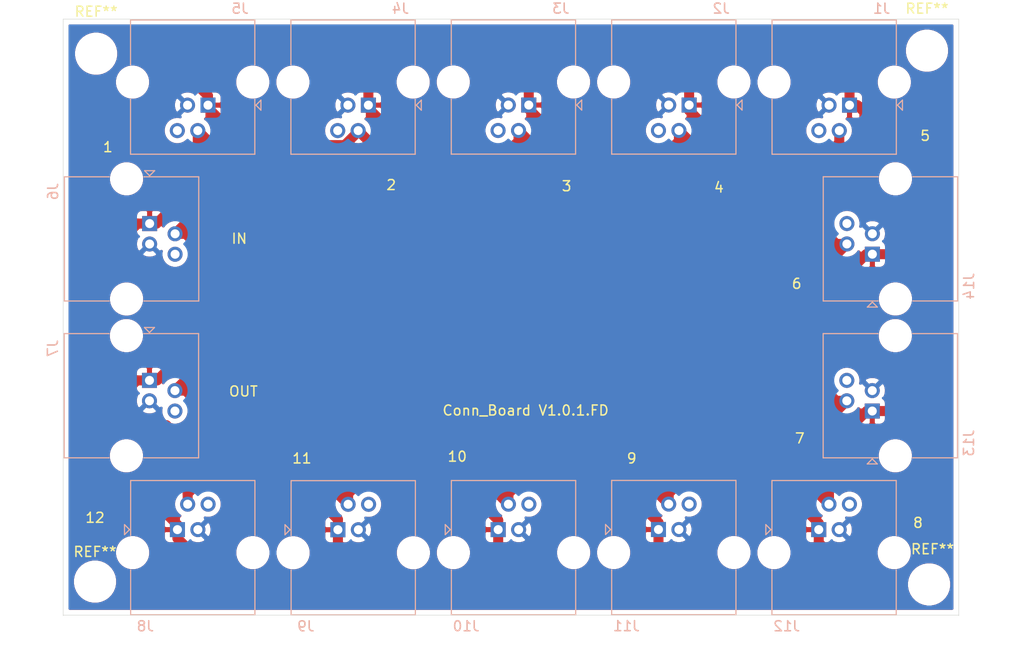
<source format=kicad_pcb>
(kicad_pcb (version 20171130) (host pcbnew 5.1.10-88a1d61d58~90~ubuntu20.04.1)
  (layers (0 F.Cu signal) (31 B.Cu signal) (34 B.Paste user) (35 F.Paste user) (36 B.SilkS user) (37 F.SilkS user) (38 B.Mask user) (39 F.Mask user) (44 Edge.Cuts user))
  (net 0 "")
  (net 1 H)
  (net 2 L)
  (net 3 GND)
  (net 4 "Net-(J1-Pad4)")
  (net 5 "Net-(J2-Pad4)")
  (net 6 "Net-(J3-Pad4)")
  (net 7 "Net-(J4-Pad4)")
  (net 8 "Net-(J5-Pad4)")
  (net 9 "Net-(J6-Pad4)")
  (net 10 "Net-(J7-Pad4)")
  (net 11 "Net-(J8-Pad4)")
  (net 12 "Net-(J9-Pad4)")
  (net 13 "Net-(J10-Pad4)")
  (net 14 "Net-(J11-Pad4)")
  (net 15 "Net-(J12-Pad4)")
  (net 16 "Net-(J13-Pad4)")
  (net 17 "Net-(J14-Pad4)")
  (module Connector_RJ:RJ14_Connfly_DS1133-S4_Horizontal (layer B.Cu) (at 203.83 68.18 90)
    (fp_text reference J14 (at -3.2 9.64 90) (layer B.SilkS) (effects (justify mirror)))
    (fp_text value RJ14)
    (fp_line (start -5.28 -0.5) (end -5.28 0.5) (layer B.SilkS) (width 0.12))
    (fp_line (start -4.78 0) (end -5.28 -0.5) (layer B.SilkS) (width 0.12))
    (fp_line (start -5.28 0.5) (end -4.78 0) (layer B.SilkS) (width 0.12))
    (fp_line (start 7.73 0.57) (end 7.73 -4.9) (layer B.SilkS) (width 0.12))
    (fp_line (start 7.73 8.5) (end 7.73 4.03) (layer B.SilkS) (width 0.12))
    (fp_line (start -4.67 8.5) (end 7.73 8.5) (layer B.SilkS) (width 0.12))
    (fp_line (start -4.67 8.5) (end -4.67 4.03) (layer B.SilkS) (width 0.12))
    (fp_line (start -4.67 -4.9) (end -4.67 0.57) (layer B.SilkS) (width 0.12))
    (fp_line (start 7.73 -4.9) (end -4.67 -4.9) (layer B.SilkS) (width 0.12))
    (pad "" np_thru_hole circle (at -4.47 2.3 270) (size 2.3 2.3) (drill 2.3) (layers *.Cu *.Mask))
    (pad 1 thru_hole rect (at 0 0 270) (size 1.5 1.5) (drill 0.9) (layers *.Cu *.Mask) (net 1 H))
    (pad 2 thru_hole circle (at 1.02 -2.54 270) (size 1.5 1.5) (drill 0.9) (layers *.Cu *.Mask) (net 2 L))
    (pad 3 thru_hole circle (at 2.04 0 270) (size 1.5 1.5) (drill 0.9) (layers *.Cu *.Mask) (net 3 GND))
    (pad "" np_thru_hole circle (at 7.53 2.3 270) (size 2.3 2.3) (drill 2.3) (layers *.Cu *.Mask))
    (pad 4 thru_hole circle (at 3.06 -2.54 270) (size 1.5 1.5) (drill 0.9) (layers *.Cu *.Mask) (net 17 "Net-(J14-Pad4)"))
  )
  (module Connector_RJ:RJ14_Connfly_DS1133-S4_Horizontal (layer B.Cu) (at 203.82 83.84 90)
    (fp_text reference J13 (at -3.2 9.64 90) (layer B.SilkS) (effects (justify mirror)))
    (fp_text value RJ14)
    (fp_line (start 7.73 -4.9) (end -4.67 -4.9) (layer B.SilkS) (width 0.12))
    (fp_line (start -4.67 -4.9) (end -4.67 0.57) (layer B.SilkS) (width 0.12))
    (fp_line (start -4.67 8.5) (end -4.67 4.03) (layer B.SilkS) (width 0.12))
    (fp_line (start -4.67 8.5) (end 7.73 8.5) (layer B.SilkS) (width 0.12))
    (fp_line (start 7.73 8.5) (end 7.73 4.03) (layer B.SilkS) (width 0.12))
    (fp_line (start 7.73 0.57) (end 7.73 -4.9) (layer B.SilkS) (width 0.12))
    (fp_line (start -5.28 0.5) (end -4.78 0) (layer B.SilkS) (width 0.12))
    (fp_line (start -4.78 0) (end -5.28 -0.5) (layer B.SilkS) (width 0.12))
    (fp_line (start -5.28 -0.5) (end -5.28 0.5) (layer B.SilkS) (width 0.12))
    (pad 4 thru_hole circle (at 3.06 -2.54 270) (size 1.5 1.5) (drill 0.9) (layers *.Cu *.Mask) (net 16 "Net-(J13-Pad4)"))
    (pad "" np_thru_hole circle (at 7.53 2.3 270) (size 2.3 2.3) (drill 2.3) (layers *.Cu *.Mask))
    (pad 3 thru_hole circle (at 2.04 0 270) (size 1.5 1.5) (drill 0.9) (layers *.Cu *.Mask) (net 3 GND))
    (pad 2 thru_hole circle (at 1.02 -2.54 270) (size 1.5 1.5) (drill 0.9) (layers *.Cu *.Mask) (net 2 L))
    (pad 1 thru_hole rect (at 0 0 270) (size 1.5 1.5) (drill 0.9) (layers *.Cu *.Mask) (net 1 H))
    (pad "" np_thru_hole circle (at -4.47 2.3 270) (size 2.3 2.3) (drill 2.3) (layers *.Cu *.Mask))
  )
  (module Connector_RJ:RJ14_Connfly_DS1133-S4_Horizontal (layer B.Cu) (at 169.55 53.29 180)
    (fp_text reference J3 (at -3.2 9.64 180) (layer B.SilkS) (effects (justify mirror)))
    (fp_text value RJ14)
    (fp_line (start -5.28 -0.5) (end -5.28 0.5) (layer B.SilkS) (width 0.12))
    (fp_line (start -4.78 0) (end -5.28 -0.5) (layer B.SilkS) (width 0.12))
    (fp_line (start -5.28 0.5) (end -4.78 0) (layer B.SilkS) (width 0.12))
    (fp_line (start 7.73 0.57) (end 7.73 -4.9) (layer B.SilkS) (width 0.12))
    (fp_line (start 7.73 8.5) (end 7.73 4.03) (layer B.SilkS) (width 0.12))
    (fp_line (start -4.67 8.5) (end 7.73 8.5) (layer B.SilkS) (width 0.12))
    (fp_line (start -4.67 8.5) (end -4.67 4.03) (layer B.SilkS) (width 0.12))
    (fp_line (start -4.67 -4.9) (end -4.67 0.57) (layer B.SilkS) (width 0.12))
    (fp_line (start 7.73 -4.9) (end -4.67 -4.9) (layer B.SilkS) (width 0.12))
    (pad "" np_thru_hole circle (at -4.47 2.3) (size 2.3 2.3) (drill 2.3) (layers *.Cu *.Mask))
    (pad 1 thru_hole rect (at 0 0) (size 1.5 1.5) (drill 0.9) (layers *.Cu *.Mask) (net 1 H))
    (pad 2 thru_hole circle (at 1.02 -2.54) (size 1.5 1.5) (drill 0.9) (layers *.Cu *.Mask) (net 2 L))
    (pad 3 thru_hole circle (at 2.04 0) (size 1.5 1.5) (drill 0.9) (layers *.Cu *.Mask) (net 3 GND))
    (pad "" np_thru_hole circle (at 7.53 2.3) (size 2.3 2.3) (drill 2.3) (layers *.Cu *.Mask))
    (pad 4 thru_hole circle (at 3.06 -2.54) (size 1.5 1.5) (drill 0.9) (layers *.Cu *.Mask) (net 6 "Net-(J3-Pad4)"))
  )
  (module Connector_RJ:RJ14_Connfly_DS1133-S4_Horizontal (layer B.Cu) (at 201.55 53.3 180)
    (fp_text reference J1 (at -3.2 9.64 180) (layer B.SilkS) (effects (justify mirror)))
    (fp_text value RJ14)
    (fp_line (start -5.28 -0.5) (end -5.28 0.5) (layer B.SilkS) (width 0.12))
    (fp_line (start -4.78 0) (end -5.28 -0.5) (layer B.SilkS) (width 0.12))
    (fp_line (start -5.28 0.5) (end -4.78 0) (layer B.SilkS) (width 0.12))
    (fp_line (start 7.73 0.57) (end 7.73 -4.9) (layer B.SilkS) (width 0.12))
    (fp_line (start 7.73 8.5) (end 7.73 4.03) (layer B.SilkS) (width 0.12))
    (fp_line (start -4.67 8.5) (end 7.73 8.5) (layer B.SilkS) (width 0.12))
    (fp_line (start -4.67 8.5) (end -4.67 4.03) (layer B.SilkS) (width 0.12))
    (fp_line (start -4.67 -4.9) (end -4.67 0.57) (layer B.SilkS) (width 0.12))
    (fp_line (start 7.73 -4.9) (end -4.67 -4.9) (layer B.SilkS) (width 0.12))
    (pad "" np_thru_hole circle (at -4.47 2.3) (size 2.3 2.3) (drill 2.3) (layers *.Cu *.Mask))
    (pad 1 thru_hole rect (at 0 0) (size 1.5 1.5) (drill 0.9) (layers *.Cu *.Mask) (net 1 H))
    (pad 2 thru_hole circle (at 1.02 -2.54) (size 1.5 1.5) (drill 0.9) (layers *.Cu *.Mask) (net 2 L))
    (pad 3 thru_hole circle (at 2.04 0) (size 1.5 1.5) (drill 0.9) (layers *.Cu *.Mask) (net 3 GND))
    (pad "" np_thru_hole circle (at 7.53 2.3) (size 2.3 2.3) (drill 2.3) (layers *.Cu *.Mask))
    (pad 4 thru_hole circle (at 3.06 -2.54) (size 1.5 1.5) (drill 0.9) (layers *.Cu *.Mask) (net 4 "Net-(J1-Pad4)"))
  )
  (module Connector_RJ:RJ14_Connfly_DS1133-S4_Horizontal (layer B.Cu) (at 137.55 53.3 180)
    (fp_text reference J5 (at -3.2 9.64 180) (layer B.SilkS) (effects (justify mirror)))
    (fp_text value RJ14)
    (fp_line (start -5.28 -0.5) (end -5.28 0.5) (layer B.SilkS) (width 0.12))
    (fp_line (start -4.78 0) (end -5.28 -0.5) (layer B.SilkS) (width 0.12))
    (fp_line (start -5.28 0.5) (end -4.78 0) (layer B.SilkS) (width 0.12))
    (fp_line (start 7.73 0.57) (end 7.73 -4.9) (layer B.SilkS) (width 0.12))
    (fp_line (start 7.73 8.5) (end 7.73 4.03) (layer B.SilkS) (width 0.12))
    (fp_line (start -4.67 8.5) (end 7.73 8.5) (layer B.SilkS) (width 0.12))
    (fp_line (start -4.67 8.5) (end -4.67 4.03) (layer B.SilkS) (width 0.12))
    (fp_line (start -4.67 -4.9) (end -4.67 0.57) (layer B.SilkS) (width 0.12))
    (fp_line (start 7.73 -4.9) (end -4.67 -4.9) (layer B.SilkS) (width 0.12))
    (pad "" np_thru_hole circle (at -4.47 2.3) (size 2.3 2.3) (drill 2.3) (layers *.Cu *.Mask))
    (pad 1 thru_hole rect (at 0 0) (size 1.5 1.5) (drill 0.9) (layers *.Cu *.Mask) (net 1 H))
    (pad 2 thru_hole circle (at 1.02 -2.54) (size 1.5 1.5) (drill 0.9) (layers *.Cu *.Mask) (net 2 L))
    (pad 3 thru_hole circle (at 2.04 0) (size 1.5 1.5) (drill 0.9) (layers *.Cu *.Mask) (net 3 GND))
    (pad "" np_thru_hole circle (at 7.53 2.3) (size 2.3 2.3) (drill 2.3) (layers *.Cu *.Mask))
    (pad 4 thru_hole circle (at 3.06 -2.54) (size 1.5 1.5) (drill 0.9) (layers *.Cu *.Mask) (net 8 "Net-(J5-Pad4)"))
  )
  (module Connector_RJ:RJ14_Connfly_DS1133-S4_Horizontal (layer B.Cu) (at 153.55 53.3 180)
    (fp_text reference J4 (at -3.2 9.64 180) (layer B.SilkS) (effects (justify mirror)))
    (fp_text value RJ14)
    (fp_line (start 7.73 -4.9) (end -4.67 -4.9) (layer B.SilkS) (width 0.12))
    (fp_line (start -4.67 -4.9) (end -4.67 0.57) (layer B.SilkS) (width 0.12))
    (fp_line (start -4.67 8.5) (end -4.67 4.03) (layer B.SilkS) (width 0.12))
    (fp_line (start -4.67 8.5) (end 7.73 8.5) (layer B.SilkS) (width 0.12))
    (fp_line (start 7.73 8.5) (end 7.73 4.03) (layer B.SilkS) (width 0.12))
    (fp_line (start 7.73 0.57) (end 7.73 -4.9) (layer B.SilkS) (width 0.12))
    (fp_line (start -5.28 0.5) (end -4.78 0) (layer B.SilkS) (width 0.12))
    (fp_line (start -4.78 0) (end -5.28 -0.5) (layer B.SilkS) (width 0.12))
    (fp_line (start -5.28 -0.5) (end -5.28 0.5) (layer B.SilkS) (width 0.12))
    (pad 4 thru_hole circle (at 3.06 -2.54) (size 1.5 1.5) (drill 0.9) (layers *.Cu *.Mask) (net 7 "Net-(J4-Pad4)"))
    (pad "" np_thru_hole circle (at 7.53 2.3) (size 2.3 2.3) (drill 2.3) (layers *.Cu *.Mask))
    (pad 3 thru_hole circle (at 2.04 0) (size 1.5 1.5) (drill 0.9) (layers *.Cu *.Mask) (net 3 GND))
    (pad 2 thru_hole circle (at 1.02 -2.54) (size 1.5 1.5) (drill 0.9) (layers *.Cu *.Mask) (net 2 L))
    (pad 1 thru_hole rect (at 0 0) (size 1.5 1.5) (drill 0.9) (layers *.Cu *.Mask) (net 1 H))
    (pad "" np_thru_hole circle (at -4.47 2.3) (size 2.3 2.3) (drill 2.3) (layers *.Cu *.Mask))
  )
  (module MountingHole:MountingHole_3.2mm_M3 (layer F.Cu) (at 209.49 101.15)
    (fp_text reference REF** (at 0.34 -3.52) (layer F.SilkS))
    (fp_text value MountingHole_3.2mm_M3)
    (pad 1 np_thru_hole circle (at 0 0) (size 3.2 3.2) (drill 3.2) (layers *.Cu *.Mask))
  )
  (module MountingHole:MountingHole_3.2mm_M3 (layer F.Cu) (at 126.28 100.87)
    (fp_text reference REF** (at 0 -2.97) (layer F.SilkS))
    (fp_text value MountingHole_3.2mm_M3)
    (pad 1 np_thru_hole circle (at 0 0) (size 3.2 3.2) (drill 3.2) (layers *.Cu *.Mask))
  )
  (module MountingHole:MountingHole_3.2mm_M3 (layer F.Cu) (at 126.39 48.16)
    (fp_text reference REF** (at 0 -4.2) (layer F.SilkS))
    (fp_text value MountingHole_3.2mm_M3)
    (pad 1 np_thru_hole circle (at 0 0) (size 3.2 3.2) (drill 3.2) (layers *.Cu *.Mask))
  )
  (module MountingHole:MountingHole_3.2mm_M3 (layer F.Cu) (at 209.28 47.86)
    (fp_text reference REF** (at 0 -4.2) (layer F.SilkS))
    (fp_text value MountingHole_3.2mm_M3)
    (pad 1 np_thru_hole circle (at 0 0) (size 3.2 3.2) (drill 3.2) (layers *.Cu *.Mask))
  )
  (module Connector_RJ:RJ14_Connfly_DS1133-S4_Horizontal (layer B.Cu) (at 134.5 95.68)
    (fp_text reference J8 (at -3.2 9.64 180) (layer B.SilkS) (effects (justify mirror)))
    (fp_text value RJ14)
    (fp_line (start -5.28 -0.5) (end -5.28 0.5) (layer B.SilkS) (width 0.12))
    (fp_line (start -4.78 0) (end -5.28 -0.5) (layer B.SilkS) (width 0.12))
    (fp_line (start -5.28 0.5) (end -4.78 0) (layer B.SilkS) (width 0.12))
    (fp_line (start 7.73 0.57) (end 7.73 -4.9) (layer B.SilkS) (width 0.12))
    (fp_line (start 7.73 8.5) (end 7.73 4.03) (layer B.SilkS) (width 0.12))
    (fp_line (start -4.67 8.5) (end 7.73 8.5) (layer B.SilkS) (width 0.12))
    (fp_line (start -4.67 8.5) (end -4.67 4.03) (layer B.SilkS) (width 0.12))
    (fp_line (start -4.67 -4.9) (end -4.67 0.57) (layer B.SilkS) (width 0.12))
    (fp_line (start 7.73 -4.9) (end -4.67 -4.9) (layer B.SilkS) (width 0.12))
    (pad "" np_thru_hole circle (at -4.47 2.3 180) (size 2.3 2.3) (drill 2.3) (layers *.Cu *.Mask))
    (pad 1 thru_hole rect (at 0 0 180) (size 1.5 1.5) (drill 0.9) (layers *.Cu *.Mask) (net 1 H))
    (pad 2 thru_hole circle (at 1.02 -2.54 180) (size 1.5 1.5) (drill 0.9) (layers *.Cu *.Mask) (net 2 L))
    (pad 3 thru_hole circle (at 2.04 0 180) (size 1.5 1.5) (drill 0.9) (layers *.Cu *.Mask) (net 3 GND))
    (pad "" np_thru_hole circle (at 7.53 2.3 180) (size 2.3 2.3) (drill 2.3) (layers *.Cu *.Mask))
    (pad 4 thru_hole circle (at 3.06 -2.54 180) (size 1.5 1.5) (drill 0.9) (layers *.Cu *.Mask) (net 11 "Net-(J8-Pad4)"))
  )
  (module Connector_RJ:RJ14_Connfly_DS1133-S4_Horizontal (layer B.Cu) (at 185.55 53.29 180)
    (fp_text reference J2 (at -3.2 9.64 180) (layer B.SilkS) (effects (justify mirror)))
    (fp_text value RJ14)
    (fp_line (start 7.73 -4.9) (end -4.67 -4.9) (layer B.SilkS) (width 0.12))
    (fp_line (start -4.67 -4.9) (end -4.67 0.57) (layer B.SilkS) (width 0.12))
    (fp_line (start -4.67 8.5) (end -4.67 4.03) (layer B.SilkS) (width 0.12))
    (fp_line (start -4.67 8.5) (end 7.73 8.5) (layer B.SilkS) (width 0.12))
    (fp_line (start 7.73 8.5) (end 7.73 4.03) (layer B.SilkS) (width 0.12))
    (fp_line (start 7.73 0.57) (end 7.73 -4.9) (layer B.SilkS) (width 0.12))
    (fp_line (start -5.28 0.5) (end -4.78 0) (layer B.SilkS) (width 0.12))
    (fp_line (start -4.78 0) (end -5.28 -0.5) (layer B.SilkS) (width 0.12))
    (fp_line (start -5.28 -0.5) (end -5.28 0.5) (layer B.SilkS) (width 0.12))
    (pad 4 thru_hole circle (at 3.06 -2.54) (size 1.5 1.5) (drill 0.9) (layers *.Cu *.Mask) (net 5 "Net-(J2-Pad4)"))
    (pad "" np_thru_hole circle (at 7.53 2.3) (size 2.3 2.3) (drill 2.3) (layers *.Cu *.Mask))
    (pad 3 thru_hole circle (at 2.04 0) (size 1.5 1.5) (drill 0.9) (layers *.Cu *.Mask) (net 3 GND))
    (pad 2 thru_hole circle (at 1.02 -2.54) (size 1.5 1.5) (drill 0.9) (layers *.Cu *.Mask) (net 2 L))
    (pad 1 thru_hole rect (at 0 0) (size 1.5 1.5) (drill 0.9) (layers *.Cu *.Mask) (net 1 H))
    (pad "" np_thru_hole circle (at -4.47 2.3) (size 2.3 2.3) (drill 2.3) (layers *.Cu *.Mask))
  )
  (module Connector_RJ:RJ14_Connfly_DS1133-S4_Horizontal (layer B.Cu) (at 131.725 65.125 270)
    (fp_text reference J6 (at -3.2 9.64 90) (layer B.SilkS) (effects (justify mirror)))
    (fp_text value RJ14)
    (fp_line (start 7.73 -4.9) (end -4.67 -4.9) (layer B.SilkS) (width 0.12))
    (fp_line (start -4.67 -4.9) (end -4.67 0.57) (layer B.SilkS) (width 0.12))
    (fp_line (start -4.67 8.5) (end -4.67 4.03) (layer B.SilkS) (width 0.12))
    (fp_line (start -4.67 8.5) (end 7.73 8.5) (layer B.SilkS) (width 0.12))
    (fp_line (start 7.73 8.5) (end 7.73 4.03) (layer B.SilkS) (width 0.12))
    (fp_line (start 7.73 0.57) (end 7.73 -4.9) (layer B.SilkS) (width 0.12))
    (fp_line (start -5.28 0.5) (end -4.78 0) (layer B.SilkS) (width 0.12))
    (fp_line (start -4.78 0) (end -5.28 -0.5) (layer B.SilkS) (width 0.12))
    (fp_line (start -5.28 -0.5) (end -5.28 0.5) (layer B.SilkS) (width 0.12))
    (pad 4 thru_hole circle (at 3.06 -2.54 90) (size 1.5 1.5) (drill 0.9) (layers *.Cu *.Mask) (net 9 "Net-(J6-Pad4)"))
    (pad "" np_thru_hole circle (at 7.53 2.3 90) (size 2.3 2.3) (drill 2.3) (layers *.Cu *.Mask))
    (pad 3 thru_hole circle (at 2.04 0 90) (size 1.5 1.5) (drill 0.9) (layers *.Cu *.Mask) (net 3 GND))
    (pad 2 thru_hole circle (at 1.02 -2.54 90) (size 1.5 1.5) (drill 0.9) (layers *.Cu *.Mask) (net 2 L))
    (pad 1 thru_hole rect (at 0 0 90) (size 1.5 1.5) (drill 0.9) (layers *.Cu *.Mask) (net 1 H))
    (pad "" np_thru_hole circle (at -4.47 2.3 90) (size 2.3 2.3) (drill 2.3) (layers *.Cu *.Mask))
  )
  (module Connector_RJ:RJ14_Connfly_DS1133-S4_Horizontal (layer B.Cu) (at 131.71 80.78 270)
    (fp_text reference J7 (at -3.2 9.64 90) (layer B.SilkS) (effects (justify mirror)))
    (fp_text value RJ14)
    (fp_line (start 7.73 -4.9) (end -4.67 -4.9) (layer B.SilkS) (width 0.12))
    (fp_line (start -4.67 -4.9) (end -4.67 0.57) (layer B.SilkS) (width 0.12))
    (fp_line (start -4.67 8.5) (end -4.67 4.03) (layer B.SilkS) (width 0.12))
    (fp_line (start -4.67 8.5) (end 7.73 8.5) (layer B.SilkS) (width 0.12))
    (fp_line (start 7.73 8.5) (end 7.73 4.03) (layer B.SilkS) (width 0.12))
    (fp_line (start 7.73 0.57) (end 7.73 -4.9) (layer B.SilkS) (width 0.12))
    (fp_line (start -5.28 0.5) (end -4.78 0) (layer B.SilkS) (width 0.12))
    (fp_line (start -4.78 0) (end -5.28 -0.5) (layer B.SilkS) (width 0.12))
    (fp_line (start -5.28 -0.5) (end -5.28 0.5) (layer B.SilkS) (width 0.12))
    (pad 4 thru_hole circle (at 3.06 -2.54 90) (size 1.5 1.5) (drill 0.9) (layers *.Cu *.Mask) (net 10 "Net-(J7-Pad4)"))
    (pad "" np_thru_hole circle (at 7.53 2.3 90) (size 2.3 2.3) (drill 2.3) (layers *.Cu *.Mask))
    (pad 3 thru_hole circle (at 2.04 0 90) (size 1.5 1.5) (drill 0.9) (layers *.Cu *.Mask) (net 3 GND))
    (pad 2 thru_hole circle (at 1.02 -2.54 90) (size 1.5 1.5) (drill 0.9) (layers *.Cu *.Mask) (net 2 L))
    (pad 1 thru_hole rect (at 0 0 90) (size 1.5 1.5) (drill 0.9) (layers *.Cu *.Mask) (net 1 H))
    (pad "" np_thru_hole circle (at -4.47 2.3 90) (size 2.3 2.3) (drill 2.3) (layers *.Cu *.Mask))
  )
  (module Connector_RJ:RJ14_Connfly_DS1133-S4_Horizontal (layer B.Cu) (at 150.51 95.69)
    (fp_text reference J9 (at -3.2 9.64 180) (layer B.SilkS) (effects (justify mirror)))
    (fp_text value RJ14)
    (fp_line (start 7.73 -4.9) (end -4.67 -4.9) (layer B.SilkS) (width 0.12))
    (fp_line (start -4.67 -4.9) (end -4.67 0.57) (layer B.SilkS) (width 0.12))
    (fp_line (start -4.67 8.5) (end -4.67 4.03) (layer B.SilkS) (width 0.12))
    (fp_line (start -4.67 8.5) (end 7.73 8.5) (layer B.SilkS) (width 0.12))
    (fp_line (start 7.73 8.5) (end 7.73 4.03) (layer B.SilkS) (width 0.12))
    (fp_line (start 7.73 0.57) (end 7.73 -4.9) (layer B.SilkS) (width 0.12))
    (fp_line (start -5.28 0.5) (end -4.78 0) (layer B.SilkS) (width 0.12))
    (fp_line (start -4.78 0) (end -5.28 -0.5) (layer B.SilkS) (width 0.12))
    (fp_line (start -5.28 -0.5) (end -5.28 0.5) (layer B.SilkS) (width 0.12))
    (pad 4 thru_hole circle (at 3.06 -2.54 180) (size 1.5 1.5) (drill 0.9) (layers *.Cu *.Mask) (net 12 "Net-(J9-Pad4)"))
    (pad "" np_thru_hole circle (at 7.53 2.3 180) (size 2.3 2.3) (drill 2.3) (layers *.Cu *.Mask))
    (pad 3 thru_hole circle (at 2.04 0 180) (size 1.5 1.5) (drill 0.9) (layers *.Cu *.Mask) (net 3 GND))
    (pad 2 thru_hole circle (at 1.02 -2.54 180) (size 1.5 1.5) (drill 0.9) (layers *.Cu *.Mask) (net 2 L))
    (pad 1 thru_hole rect (at 0 0 180) (size 1.5 1.5) (drill 0.9) (layers *.Cu *.Mask) (net 1 H))
    (pad "" np_thru_hole circle (at -4.47 2.3 180) (size 2.3 2.3) (drill 2.3) (layers *.Cu *.Mask))
  )
  (module Connector_RJ:RJ14_Connfly_DS1133-S4_Horizontal (layer B.Cu) (at 166.5 95.68)
    (fp_text reference J10 (at -3.2 9.64 180) (layer B.SilkS) (effects (justify mirror)))
    (fp_text value RJ14)
    (fp_line (start -5.28 -0.5) (end -5.28 0.5) (layer B.SilkS) (width 0.12))
    (fp_line (start -4.78 0) (end -5.28 -0.5) (layer B.SilkS) (width 0.12))
    (fp_line (start -5.28 0.5) (end -4.78 0) (layer B.SilkS) (width 0.12))
    (fp_line (start 7.73 0.57) (end 7.73 -4.9) (layer B.SilkS) (width 0.12))
    (fp_line (start 7.73 8.5) (end 7.73 4.03) (layer B.SilkS) (width 0.12))
    (fp_line (start -4.67 8.5) (end 7.73 8.5) (layer B.SilkS) (width 0.12))
    (fp_line (start -4.67 8.5) (end -4.67 4.03) (layer B.SilkS) (width 0.12))
    (fp_line (start -4.67 -4.9) (end -4.67 0.57) (layer B.SilkS) (width 0.12))
    (fp_line (start 7.73 -4.9) (end -4.67 -4.9) (layer B.SilkS) (width 0.12))
    (pad "" np_thru_hole circle (at -4.47 2.3 180) (size 2.3 2.3) (drill 2.3) (layers *.Cu *.Mask))
    (pad 1 thru_hole rect (at 0 0 180) (size 1.5 1.5) (drill 0.9) (layers *.Cu *.Mask) (net 1 H))
    (pad 2 thru_hole circle (at 1.02 -2.54 180) (size 1.5 1.5) (drill 0.9) (layers *.Cu *.Mask) (net 2 L))
    (pad 3 thru_hole circle (at 2.04 0 180) (size 1.5 1.5) (drill 0.9) (layers *.Cu *.Mask) (net 3 GND))
    (pad "" np_thru_hole circle (at 7.53 2.3 180) (size 2.3 2.3) (drill 2.3) (layers *.Cu *.Mask))
    (pad 4 thru_hole circle (at 3.06 -2.54 180) (size 1.5 1.5) (drill 0.9) (layers *.Cu *.Mask) (net 13 "Net-(J10-Pad4)"))
  )
  (module Connector_RJ:RJ14_Connfly_DS1133-S4_Horizontal (layer B.Cu) (at 182.49 95.67)
    (fp_text reference J11 (at -3.2 9.64 180) (layer B.SilkS) (effects (justify mirror)))
    (fp_text value RJ14)
    (fp_line (start 7.73 -4.9) (end -4.67 -4.9) (layer B.SilkS) (width 0.12))
    (fp_line (start -4.67 -4.9) (end -4.67 0.57) (layer B.SilkS) (width 0.12))
    (fp_line (start -4.67 8.5) (end -4.67 4.03) (layer B.SilkS) (width 0.12))
    (fp_line (start -4.67 8.5) (end 7.73 8.5) (layer B.SilkS) (width 0.12))
    (fp_line (start 7.73 8.5) (end 7.73 4.03) (layer B.SilkS) (width 0.12))
    (fp_line (start 7.73 0.57) (end 7.73 -4.9) (layer B.SilkS) (width 0.12))
    (fp_line (start -5.28 0.5) (end -4.78 0) (layer B.SilkS) (width 0.12))
    (fp_line (start -4.78 0) (end -5.28 -0.5) (layer B.SilkS) (width 0.12))
    (fp_line (start -5.28 -0.5) (end -5.28 0.5) (layer B.SilkS) (width 0.12))
    (pad 4 thru_hole circle (at 3.06 -2.54 180) (size 1.5 1.5) (drill 0.9) (layers *.Cu *.Mask) (net 14 "Net-(J11-Pad4)"))
    (pad "" np_thru_hole circle (at 7.53 2.3 180) (size 2.3 2.3) (drill 2.3) (layers *.Cu *.Mask))
    (pad 3 thru_hole circle (at 2.04 0 180) (size 1.5 1.5) (drill 0.9) (layers *.Cu *.Mask) (net 3 GND))
    (pad 2 thru_hole circle (at 1.02 -2.54 180) (size 1.5 1.5) (drill 0.9) (layers *.Cu *.Mask) (net 2 L))
    (pad 1 thru_hole rect (at 0 0 180) (size 1.5 1.5) (drill 0.9) (layers *.Cu *.Mask) (net 1 H))
    (pad "" np_thru_hole circle (at -4.47 2.3 180) (size 2.3 2.3) (drill 2.3) (layers *.Cu *.Mask))
  )
  (module Connector_RJ:RJ14_Connfly_DS1133-S4_Horizontal (layer B.Cu) (at 198.48 95.68)
    (fp_text reference J12 (at -3.2 9.64 180) (layer B.SilkS) (effects (justify mirror)))
    (fp_text value RJ14)
    (fp_line (start -5.28 -0.5) (end -5.28 0.5) (layer B.SilkS) (width 0.12))
    (fp_line (start -4.78 0) (end -5.28 -0.5) (layer B.SilkS) (width 0.12))
    (fp_line (start -5.28 0.5) (end -4.78 0) (layer B.SilkS) (width 0.12))
    (fp_line (start 7.73 0.57) (end 7.73 -4.9) (layer B.SilkS) (width 0.12))
    (fp_line (start 7.73 8.5) (end 7.73 4.03) (layer B.SilkS) (width 0.12))
    (fp_line (start -4.67 8.5) (end 7.73 8.5) (layer B.SilkS) (width 0.12))
    (fp_line (start -4.67 8.5) (end -4.67 4.03) (layer B.SilkS) (width 0.12))
    (fp_line (start -4.67 -4.9) (end -4.67 0.57) (layer B.SilkS) (width 0.12))
    (fp_line (start 7.73 -4.9) (end -4.67 -4.9) (layer B.SilkS) (width 0.12))
    (pad "" np_thru_hole circle (at -4.47 2.3 180) (size 2.3 2.3) (drill 2.3) (layers *.Cu *.Mask))
    (pad 1 thru_hole rect (at 0 0 180) (size 1.5 1.5) (drill 0.9) (layers *.Cu *.Mask) (net 1 H))
    (pad 2 thru_hole circle (at 1.02 -2.54 180) (size 1.5 1.5) (drill 0.9) (layers *.Cu *.Mask) (net 2 L))
    (pad 3 thru_hole circle (at 2.04 0 180) (size 1.5 1.5) (drill 0.9) (layers *.Cu *.Mask) (net 3 GND))
    (pad "" np_thru_hole circle (at 7.53 2.3 180) (size 2.3 2.3) (drill 2.3) (layers *.Cu *.Mask))
    (pad 4 thru_hole circle (at 3.06 -2.54 180) (size 1.5 1.5) (drill 0.9) (layers *.Cu *.Mask) (net 15 "Net-(J12-Pad4)"))
  )
  (gr_line (start 123.1 44.71) (end 123.1 104.279) (layer Edge.Cuts) (width 0.05))
  (gr_line (start 212.45 44.71) (end 212.45 104.279) (layer Edge.Cuts) (width 0.05))
  (gr_text "12\n" (at 126.28 94.49) (layer F.SilkS) (effects (font (size 1 1))))
  (gr_text 11 (at 146.92 88.57) (layer F.SilkS) (effects (font (size 1 1))))
  (gr_text 10 (at 162.42 88.39) (layer F.SilkS) (effects (font (size 1 1))))
  (gr_text 9 (at 179.82 88.57) (layer F.SilkS) (effects (font (size 1 1))))
  (gr_text 8 (at 208.38 95) (layer F.SilkS) (effects (font (size 1 1))))
  (gr_text "7\n" (at 196.59 86.57) (layer F.SilkS) (effects (font (size 1 1))))
  (gr_text 6 (at 196.28 71.13) (layer F.SilkS) (effects (font (size 1 1))))
  (gr_text 5 (at 209.1 56.36) (layer F.SilkS) (effects (font (size 1 1))))
  (gr_text 4 (at 188.52 61.52) (layer F.SilkS) (effects (font (size 1 1))))
  (gr_text 3 (at 173.33 61.39) (layer F.SilkS) (effects (font (size 1 1))))
  (gr_text "2\n" (at 155.83 61.27) (layer F.SilkS) (effects (font (size 1 1))))
  (gr_text 1 (at 127.56 57.49) (layer F.SilkS) (effects (font (size 1 1))))
  (gr_text "OUT\n" (at 141.08 81.88) (layer F.SilkS) (effects (font (size 1 1))))
  (gr_text IN (at 140.67 66.63) (layer F.SilkS) (effects (font (size 1 1))))
  (gr_line (start 123.11 104.22) (end 212.46 104.22) (layer Edge.Cuts) (width 0.05))
  (gr_line (start 123.1 44.71) (end 212.45 44.71) (layer Edge.Cuts) (width 0.05))
  (gr_text "Conn_Board V1.0.1.FD" (at 169.24 83.78) (layer F.SilkS) (effects (font (size 1 1))))
  (segment (start 137.55 52.37) (end 137.55 53.3) (width 1) (layer F.Cu) (net 1))
  (segment (start 136.5 51.32) (end 137.55 52.37) (width 1) (layer F.Cu) (net 1))
  (segment (start 130.525 65.125) (end 131.725 65.125) (width 1) (layer F.Cu) (net 1))
  (segment (start 129.46 66.19) (end 130.525 65.125) (width 1) (layer F.Cu) (net 1))
  (segment (start 131.71 80.78) (end 130.45 80.78) (width 1) (layer F.Cu) (net 1))
  (segment (start 130.45 80.78) (end 129.58 81.65) (width 1) (layer F.Cu) (net 1))
  (segment (start 129.58 81.65) (end 129.58 84.2) (width 1) (layer F.Cu) (net 1))
  (segment (start 131.725 65.125) (end 132.415 65.125) (width 1) (layer F.Cu) (net 1))
  (segment (start 132.415 65.125) (end 134.53 63.01) (width 1) (layer F.Cu) (net 1))
  (segment (start 134.53 63.01) (end 134.53 59.07) (width 1) (layer F.Cu) (net 1))
  (segment (start 134.53 59.07) (end 132.61 57.15) (width 1) (layer F.Cu) (net 1))
  (segment (start 132.61 57.15) (end 132.61 52.96) (width 1) (layer F.Cu) (net 1))
  (segment (start 134.25 51.32) (end 136.5 51.32) (width 1) (layer F.Cu) (net 1))
  (segment (start 132.61 52.96) (end 134.25 51.32) (width 1) (layer F.Cu) (net 1))
  (segment (start 131.71 80.78) (end 132.47 80.78) (width 1) (layer F.Cu) (net 1))
  (segment (start 132.47 80.78) (end 134.88 78.37) (width 1) (layer F.Cu) (net 1))
  (segment (start 134.88 78.37) (end 134.88 71.54) (width 1) (layer F.Cu) (net 1))
  (segment (start 134.88 71.54) (end 132.64 69.3) (width 1) (layer F.Cu) (net 1))
  (segment (start 132.64 69.3) (end 130.44 69.3) (width 1) (layer F.Cu) (net 1))
  (segment (start 129.46 68.32) (end 129.46 66.19) (width 1) (layer F.Cu) (net 1))
  (segment (start 130.44 69.3) (end 129.46 68.32) (width 1) (layer F.Cu) (net 1))
  (segment (start 134.5 95.68) (end 134.5 95.2) (width 1) (layer F.Cu) (net 1))
  (segment (start 134.5 95.2) (end 133.45 94.15) (width 1) (layer F.Cu) (net 1))
  (segment (start 133.45 94.15) (end 133.45 91.42) (width 1) (layer F.Cu) (net 1))
  (segment (start 133.45 91.42) (end 134.95 89.92) (width 1) (layer F.Cu) (net 1))
  (segment (start 134.95 89.92) (end 134.95 86.81) (width 1) (layer F.Cu) (net 1))
  (segment (start 134.95 86.81) (end 133.4 85.26) (width 1) (layer F.Cu) (net 1))
  (segment (start 130.64 85.26) (end 129.58 84.2) (width 1) (layer F.Cu) (net 1))
  (segment (start 133.4 85.26) (end 130.64 85.26) (width 1) (layer F.Cu) (net 1))
  (segment (start 134.5 95.68) (end 134.5 96.55) (width 1) (layer F.Cu) (net 1))
  (segment (start 134.5 96.55) (end 135.58 97.63) (width 1) (layer F.Cu) (net 1))
  (segment (start 135.58 97.63) (end 137.62 97.63) (width 1) (layer F.Cu) (net 1))
  (segment (start 137.62 97.63) (end 139.51 95.74) (width 1) (layer F.Cu) (net 1))
  (segment (start 139.51 95.74) (end 139.51 93.07) (width 1) (layer F.Cu) (net 1))
  (segment (start 139.51 93.07) (end 140.21 92.37) (width 1) (layer F.Cu) (net 1))
  (segment (start 140.21 92.37) (end 148.22 92.37) (width 1) (layer F.Cu) (net 1))
  (segment (start 150.51 94.66) (end 150.51 95.69) (width 1) (layer F.Cu) (net 1))
  (segment (start 148.22 92.37) (end 150.51 94.66) (width 1) (layer F.Cu) (net 1))
  (segment (start 166.5 95.68) (end 166.5 94.74) (width 1) (layer F.Cu) (net 1))
  (segment (start 166.5 94.74) (end 164.64 92.88) (width 1) (layer F.Cu) (net 1))
  (segment (start 164.64 92.88) (end 156.67 92.88) (width 1) (layer F.Cu) (net 1))
  (segment (start 156.67 92.88) (end 154.74 94.81) (width 1) (layer F.Cu) (net 1))
  (segment (start 154.74 94.81) (end 154.74 96.69) (width 1) (layer F.Cu) (net 1))
  (segment (start 154.74 96.69) (end 153.64 97.79) (width 1) (layer F.Cu) (net 1))
  (segment (start 153.64 97.79) (end 151.21 97.79) (width 1) (layer F.Cu) (net 1))
  (segment (start 150.51 97.09) (end 150.51 95.69) (width 1) (layer F.Cu) (net 1))
  (segment (start 151.21 97.79) (end 150.51 97.09) (width 1) (layer F.Cu) (net 1))
  (segment (start 182.49 95.67) (end 182.49 94.97) (width 1) (layer F.Cu) (net 1))
  (segment (start 182.49 94.97) (end 180.19 92.67) (width 1) (layer F.Cu) (net 1))
  (segment (start 180.19 92.67) (end 172.5 92.67) (width 1) (layer F.Cu) (net 1))
  (segment (start 172.5 92.67) (end 170.37 94.8) (width 1) (layer F.Cu) (net 1))
  (segment (start 170.37 94.8) (end 170.37 97.03) (width 1) (layer F.Cu) (net 1))
  (segment (start 170.37 97.03) (end 169.49 97.91) (width 1) (layer F.Cu) (net 1))
  (segment (start 169.49 97.91) (end 167.06 97.91) (width 1) (layer F.Cu) (net 1))
  (segment (start 166.5 97.35) (end 166.5 95.68) (width 1) (layer F.Cu) (net 1))
  (segment (start 167.06 97.91) (end 166.5 97.35) (width 1) (layer F.Cu) (net 1))
  (segment (start 198.48 95.68) (end 198.48 95.04) (width 1) (layer F.Cu) (net 1))
  (segment (start 198.48 95.04) (end 196.34 92.9) (width 1) (layer F.Cu) (net 1))
  (segment (start 196.34 92.9) (end 188.61 92.9) (width 1) (layer F.Cu) (net 1))
  (segment (start 188.61 92.9) (end 186.49 95.02) (width 1) (layer F.Cu) (net 1))
  (segment (start 186.49 95.02) (end 186.49 97.04) (width 1) (layer F.Cu) (net 1))
  (segment (start 186.49 97.04) (end 185.38 98.15) (width 1) (layer F.Cu) (net 1))
  (segment (start 185.38 98.15) (end 182.95 98.15) (width 1) (layer F.Cu) (net 1))
  (segment (start 182.49 97.69) (end 182.49 95.67) (width 1) (layer F.Cu) (net 1))
  (segment (start 182.95 98.15) (end 182.49 97.69) (width 1) (layer F.Cu) (net 1))
  (segment (start 203.82 83.84) (end 203.27 83.84) (width 1) (layer F.Cu) (net 1))
  (segment (start 203.27 83.84) (end 201.07 86.04) (width 1) (layer F.Cu) (net 1))
  (segment (start 201.07 86.04) (end 201.07 89.81) (width 1) (layer F.Cu) (net 1))
  (segment (start 201.07 89.81) (end 203.58 92.32) (width 1) (layer F.Cu) (net 1))
  (segment (start 203.58 92.32) (end 203.58 96.81) (width 1) (layer F.Cu) (net 1))
  (segment (start 203.58 96.81) (end 202.33 98.06) (width 1) (layer F.Cu) (net 1))
  (segment (start 202.33 98.06) (end 199.54 98.06) (width 1) (layer F.Cu) (net 1))
  (segment (start 198.48 97) (end 198.48 95.68) (width 1) (layer F.Cu) (net 1))
  (segment (start 199.54 98.06) (end 198.48 97) (width 1) (layer F.Cu) (net 1))
  (segment (start 203.83 68.18) (end 203.22 68.18) (width 1) (layer F.Cu) (net 1))
  (segment (start 203.22 68.18) (end 201.12 70.28) (width 1) (layer F.Cu) (net 1))
  (segment (start 201.12 70.28) (end 201.12 77.39) (width 1) (layer F.Cu) (net 1))
  (segment (start 201.12 77.39) (end 203.24 79.51) (width 1) (layer F.Cu) (net 1))
  (segment (start 203.24 79.51) (end 205.13 79.51) (width 1) (layer F.Cu) (net 1))
  (segment (start 205.13 79.51) (end 206.35 80.73) (width 1) (layer F.Cu) (net 1))
  (segment (start 203.82 83.84) (end 205.82 83.84) (width 1) (layer F.Cu) (net 1))
  (segment (start 206.35 83.31) (end 206.35 80.73) (width 1) (layer F.Cu) (net 1))
  (segment (start 205.82 83.84) (end 206.35 83.31) (width 1) (layer F.Cu) (net 1))
  (segment (start 201.55 53.3) (end 202.33 53.3) (width 1) (layer F.Cu) (net 1))
  (segment (start 202.33 53.3) (end 203.03 54) (width 1) (layer F.Cu) (net 1))
  (segment (start 203.03 54) (end 203.03 56.9) (width 1) (layer F.Cu) (net 1))
  (segment (start 203.03 56.9) (end 201.42 58.51) (width 1) (layer F.Cu) (net 1))
  (segment (start 201.42 58.51) (end 201.42 61.7) (width 1) (layer F.Cu) (net 1))
  (segment (start 201.42 61.7) (end 203.97 64.25) (width 1) (layer F.Cu) (net 1))
  (segment (start 203.97 64.25) (end 205.35 64.25) (width 1) (layer F.Cu) (net 1))
  (segment (start 205.35 64.25) (end 206.69 65.59) (width 1) (layer F.Cu) (net 1))
  (segment (start 203.83 68.18) (end 205.68 68.18) (width 1) (layer F.Cu) (net 1))
  (segment (start 206.69 67.17) (end 206.69 65.59) (width 1) (layer F.Cu) (net 1))
  (segment (start 205.68 68.18) (end 206.69 67.17) (width 1) (layer F.Cu) (net 1))
  (segment (start 185.55 53.29) (end 185.55 53.83) (width 1) (layer F.Cu) (net 1))
  (segment (start 185.55 53.83) (end 187.67 55.95) (width 1) (layer F.Cu) (net 1))
  (segment (start 187.67 55.95) (end 195.21 55.95) (width 1) (layer F.Cu) (net 1))
  (segment (start 195.21 55.95) (end 196.96 54.2) (width 1) (layer F.Cu) (net 1))
  (segment (start 196.96 54.2) (end 196.96 52.46) (width 1) (layer F.Cu) (net 1))
  (segment (start 196.96 52.46) (end 198.18 51.24) (width 1) (layer F.Cu) (net 1))
  (segment (start 198.18 51.24) (end 201.01 51.24) (width 1) (layer F.Cu) (net 1))
  (segment (start 201.55 51.78) (end 201.55 53.3) (width 1) (layer F.Cu) (net 1))
  (segment (start 201.01 51.24) (end 201.55 51.78) (width 1) (layer F.Cu) (net 1))
  (segment (start 169.55 53.29) (end 169.55 53.69) (width 1) (layer F.Cu) (net 1))
  (segment (start 169.55 53.69) (end 171.84 55.98) (width 1) (layer F.Cu) (net 1))
  (segment (start 171.84 55.98) (end 179.48 55.98) (width 1) (layer F.Cu) (net 1))
  (segment (start 179.48 55.98) (end 181.31 54.15) (width 1) (layer F.Cu) (net 1))
  (segment (start 181.31 54.15) (end 181.31 51.6) (width 1) (layer F.Cu) (net 1))
  (segment (start 181.31 51.6) (end 182.21 50.7) (width 1) (layer F.Cu) (net 1))
  (segment (start 182.21 50.7) (end 184.62 50.7) (width 1) (layer F.Cu) (net 1))
  (segment (start 185.55 51.63) (end 185.55 53.29) (width 1) (layer F.Cu) (net 1))
  (segment (start 184.62 50.7) (end 185.55 51.63) (width 1) (layer F.Cu) (net 1))
  (segment (start 153.55 53.3) (end 153.55 53.62) (width 1) (layer F.Cu) (net 1))
  (segment (start 153.55 53.62) (end 155.67 55.74) (width 1) (layer F.Cu) (net 1))
  (segment (start 155.67 55.74) (end 163.22 55.74) (width 1) (layer F.Cu) (net 1))
  (segment (start 163.22 55.74) (end 165.15 53.81) (width 1) (layer F.Cu) (net 1))
  (segment (start 165.15 53.81) (end 165.15 52.16) (width 1) (layer F.Cu) (net 1))
  (segment (start 165.15 52.16) (end 166.28 51.03) (width 1) (layer F.Cu) (net 1))
  (segment (start 166.28 51.03) (end 169.06 51.03) (width 1) (layer F.Cu) (net 1))
  (segment (start 169.55 51.52) (end 169.55 53.29) (width 1) (layer F.Cu) (net 1))
  (segment (start 169.06 51.03) (end 169.55 51.52) (width 1) (layer F.Cu) (net 1))
  (segment (start 137.55 53.3) (end 137.55 53.58) (width 1) (layer F.Cu) (net 1))
  (segment (start 137.55 53.58) (end 139.38 55.41) (width 1) (layer F.Cu) (net 1))
  (segment (start 139.38 55.41) (end 147.86 55.41) (width 1) (layer F.Cu) (net 1))
  (segment (start 147.86 55.41) (end 149.07 54.2) (width 1) (layer F.Cu) (net 1))
  (segment (start 149.07 54.2) (end 149.07 52) (width 1) (layer F.Cu) (net 1))
  (segment (start 149.07 52) (end 149.98 51.09) (width 1) (layer F.Cu) (net 1))
  (segment (start 149.98 51.09) (end 152.84 51.09) (width 1) (layer F.Cu) (net 1))
  (segment (start 153.55 51.8) (end 153.55 53.3) (width 1) (layer F.Cu) (net 1))
  (segment (start 152.84 51.09) (end 153.55 51.8) (width 1) (layer F.Cu) (net 1))
  (segment (start 152.53 55.946002) (end 152.53 55.84) (width 1) (layer F.Cu) (net 2))
  (segment (start 151.186001 57.290001) (end 152.53 55.946002) (width 1) (layer F.Cu) (net 2))
  (segment (start 137.980001 57.290001) (end 151.186001 57.290001) (width 1) (layer F.Cu) (net 2))
  (segment (start 136.53 55.84) (end 137.980001 57.290001) (width 1) (layer F.Cu) (net 2))
  (segment (start 168.53 56.89066) (end 167.74066 57.68) (width 1) (layer F.Cu) (net 2))
  (segment (start 168.53 55.83) (end 168.53 56.89066) (width 1) (layer F.Cu) (net 2))
  (segment (start 154.37 57.68) (end 152.53 55.84) (width 1) (layer F.Cu) (net 2))
  (segment (start 167.74066 57.68) (end 154.37 57.68) (width 1) (layer F.Cu) (net 2))
  (segment (start 184.53 56.89066) (end 183.60066 57.82) (width 1) (layer F.Cu) (net 2))
  (segment (start 184.53 55.83) (end 184.53 56.89066) (width 1) (layer F.Cu) (net 2))
  (segment (start 170.52 57.82) (end 168.53 55.83) (width 1) (layer F.Cu) (net 2))
  (segment (start 183.60066 57.82) (end 170.52 57.82) (width 1) (layer F.Cu) (net 2))
  (segment (start 200.53 55.84) (end 200.53 57.07) (width 1) (layer F.Cu) (net 2))
  (segment (start 200.53 57.07) (end 199.78 57.82) (width 1) (layer F.Cu) (net 2))
  (segment (start 186.52 57.82) (end 184.53 55.83) (width 1) (layer F.Cu) (net 2))
  (segment (start 199.78 57.82) (end 186.52 57.82) (width 1) (layer F.Cu) (net 2))
  (segment (start 200.22934 67.16) (end 199.52 66.45066) (width 1) (layer F.Cu) (net 2))
  (segment (start 201.29 67.16) (end 200.22934 67.16) (width 1) (layer F.Cu) (net 2))
  (segment (start 199.52 58.08) (end 199.78 57.82) (width 1) (layer F.Cu) (net 2))
  (segment (start 199.52 66.45066) (end 199.52 58.08) (width 1) (layer F.Cu) (net 2))
  (segment (start 200.21934 82.82) (end 199.32 81.92066) (width 1) (layer F.Cu) (net 2))
  (segment (start 201.28 82.82) (end 200.21934 82.82) (width 1) (layer F.Cu) (net 2))
  (segment (start 199.32 69.13) (end 201.29 67.16) (width 1) (layer F.Cu) (net 2))
  (segment (start 199.32 81.92066) (end 199.32 69.13) (width 1) (layer F.Cu) (net 2))
  (segment (start 199.5 84.6) (end 201.28 82.82) (width 1) (layer F.Cu) (net 2))
  (segment (start 199.5 93.14) (end 199.5 84.6) (width 1) (layer F.Cu) (net 2))
  (segment (start 183.51 92.06934) (end 184.32934 91.25) (width 1) (layer F.Cu) (net 2))
  (segment (start 183.51 93.13) (end 183.51 92.06934) (width 1) (layer F.Cu) (net 2))
  (segment (start 197.61 91.25) (end 199.5 93.14) (width 1) (layer F.Cu) (net 2))
  (segment (start 184.32934 91.25) (end 197.61 91.25) (width 1) (layer F.Cu) (net 2))
  (segment (start 167.52 92.07934) (end 168.56934 91.03) (width 1) (layer F.Cu) (net 2))
  (segment (start 167.52 93.14) (end 167.52 92.07934) (width 1) (layer F.Cu) (net 2))
  (segment (start 181.41 91.03) (end 183.51 93.13) (width 1) (layer F.Cu) (net 2))
  (segment (start 168.56934 91.03) (end 181.41 91.03) (width 1) (layer F.Cu) (net 2))
  (segment (start 151.53 92.08934) (end 152.40934 91.21) (width 1) (layer F.Cu) (net 2))
  (segment (start 151.53 93.15) (end 151.53 92.08934) (width 1) (layer F.Cu) (net 2))
  (segment (start 165.59 91.21) (end 167.52 93.14) (width 1) (layer F.Cu) (net 2))
  (segment (start 152.40934 91.21) (end 165.59 91.21) (width 1) (layer F.Cu) (net 2))
  (segment (start 135.52 92.07934) (end 136.82934 90.77) (width 1) (layer F.Cu) (net 2))
  (segment (start 135.52 93.14) (end 135.52 92.07934) (width 1) (layer F.Cu) (net 2))
  (segment (start 149.15 90.77) (end 151.53 93.15) (width 1) (layer F.Cu) (net 2))
  (segment (start 136.82934 90.77) (end 149.15 90.77) (width 1) (layer F.Cu) (net 2))
  (segment (start 136.82934 83.31868) (end 136.82934 90.77) (width 1) (layer F.Cu) (net 2))
  (segment (start 135.31066 81.8) (end 136.82934 83.31868) (width 1) (layer F.Cu) (net 2))
  (segment (start 134.25 81.8) (end 135.31066 81.8) (width 1) (layer F.Cu) (net 2))
  (segment (start 135.32566 66.145) (end 136.71 67.52934) (width 1) (layer F.Cu) (net 2))
  (segment (start 134.265 66.145) (end 135.32566 66.145) (width 1) (layer F.Cu) (net 2))
  (segment (start 136.71 79.34) (end 134.25 81.8) (width 1) (layer F.Cu) (net 2))
  (segment (start 136.71 67.52934) (end 136.71 79.34) (width 1) (layer F.Cu) (net 2))
  (segment (start 136.53 63.88) (end 134.265 66.145) (width 1) (layer F.Cu) (net 2))
  (segment (start 136.53 55.84) (end 136.53 63.88) (width 1) (layer F.Cu) (net 2))
  (zone (net 2) (net_name L) (layer F.Cu) (connect_pads (clearance 0.508)) (min_thickness 0.254) (fill yes (arc_segments 32) (thermal_gap 0.508) (thermal_bridge_width 0.508))
    (polygon (pts (xy 154.63 57.68) (xy 167.79 57.59) (xy 168.89 56.15) (xy 170.61 57.81) (xy 183.4 57.86) (xy 184.72 56.06) (xy 186.58 57.83) (xy 199.53 57.79) (xy 199.43 66) (xy 200.61 67.89) (xy 199.19 69.14) (xy 199.34 82.2) (xy 200.66 83.26) (xy 199.39 84.88) (xy 199.41 92.75) (xy 197.8 91.36) (xy 184.38 91.28) (xy 183.04 92.46) (xy 181.12 91.13) (xy 168.78 91.05) (xy 167.14 92.46) (xy 165.29 91.21) (xy 152.45 91.28) (xy 151.31 92.42) (xy 148.95 90.73) (xy 136.66 90.73) (xy 136.74 83.31) (xy 134.77 81.27) (xy 136.61 79.3) (xy 136.61 67.41) (xy 134.73 65.8) (xy 136.57 63.83) (xy 136.669874 56.139686) (xy 136.65 56.09) (xy 138.25 57.31) (xy 151.19 57.16) (xy 152.34 56.04)))
  )
  (zone (net 1) (net_name H) (layer F.Cu) (connect_pads (clearance 0.508)) (min_thickness 0.254) (fill yes (arc_segments 32) (thermal_gap 0.508) (thermal_bridge_width 0.508))
    (polygon (pts (xy 212.45 104.22) (xy 123.1 104.23) (xy 123.1 44.71) (xy 212.44 44.71)))
  )
  (zone (net 3) (net_name GND) (layer B.Cu) (connect_pads (clearance 0.508)) (min_thickness 0.254) (fill yes (arc_segments 32) (thermal_gap 0.508) (thermal_bridge_width 0.508))
    (polygon (pts (xy 212.45 104.22) (xy 123.1 104.22) (xy 123.1 44.71) (xy 212.45 44.71)))
  )
)
</source>
